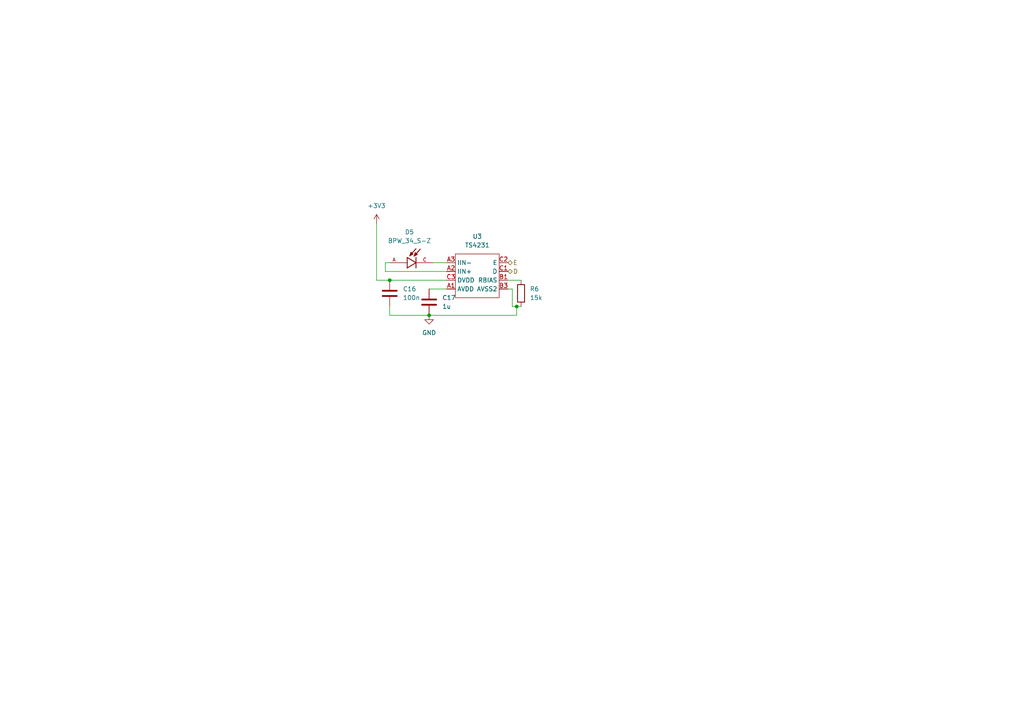
<source format=kicad_sch>
(kicad_sch (version 20211123) (generator eeschema)
  (paper "A4")
  (lib_symbols
    (symbol "BPW34:BPW_34_S-Z" (pin_names (offset 1.016) hide)
      (property "Reference" "D" (at -3.0988 4.4958 0))
      (property "Value" "BPW_34_S-Z" (at -3.556 -3.302 0))
      (symbol "BPW_34_S-Z_0_0"
        (polyline (pts (xy -2.54 -1.524) (xy 0 0)) (stroke (width 0.254)))
        (polyline (pts (xy -2.54 0) (xy -5.08 0)) (stroke (width 0.1524)))
        (polyline (pts (xy -2.54 0) (xy -2.54 -1.524)) (stroke (width 0.254)))
        (polyline (pts (xy -2.54 1.524) (xy -2.54 0)) (stroke (width 0.254)))
        (polyline (pts (xy -1.778 2.032) (xy -1.4478 2.9972)) (stroke (width 0.254)))
        (polyline (pts (xy -1.778 2.032) (xy 0 4.064)) (stroke (width 0.254)))
        (polyline (pts (xy -1.4732 2.2606) (xy -1.3462 2.2606)) (stroke (width 0.254)))
        (polyline (pts (xy -1.4478 2.9972) (xy -1.4732 2.2606)) (stroke (width 0.254)))
        (polyline (pts (xy -1.4478 2.9972) (xy -0.889 2.5146)) (stroke (width 0.254)))
        (polyline (pts (xy -1.0668 2.5908) (xy -1.2954 2.4384)) (stroke (width 0.254)))
        (polyline (pts (xy -0.889 2.5146) (xy -1.778 2.032)) (stroke (width 0.254)))
        (polyline (pts (xy -0.5334 1.9304) (xy -0.2032 2.8956)) (stroke (width 0.254)))
        (polyline (pts (xy -0.5334 1.9304) (xy 1.2446 3.9624)) (stroke (width 0.254)))
        (polyline (pts (xy -0.2286 2.159) (xy -0.1016 2.159)) (stroke (width 0.254)))
        (polyline (pts (xy -0.2032 2.8956) (xy -0.2286 2.159)) (stroke (width 0.254)))
        (polyline (pts (xy -0.2032 2.8956) (xy 0.3556 2.413)) (stroke (width 0.254)))
        (polyline (pts (xy 0 0) (xy -2.54 1.524)) (stroke (width 0.254)))
        (polyline (pts (xy 0 1.524) (xy 0 -1.524)) (stroke (width 0.254)))
        (polyline (pts (xy 0.1778 2.4892) (xy -0.0508 2.3368)) (stroke (width 0.254)))
        (polyline (pts (xy 0.3556 2.413) (xy -0.5334 1.9304)) (stroke (width 0.254)))
        (pin passive line (at -7.62 0 0) (length 2.54) (name "~") (number "A"))
        (pin passive line (at 5.08 0 180) (length 5.08) (name "~") (number "C"))
      )
    )
    (symbol "Custom:TS4231"
      (property "Reference" "U" (at 0 7.62 0))
      (property "Value" "TS4231" (at 0 -7.62 0))
      (symbol "TS4231_0_1"
        (rectangle (start -6.35 6.35) (end 6.35 -6.35))
      )
      (symbol "TS4231_1_1"
        (pin power_in line (at -8.89 -3.81 0) (length 2.54) (name "AVDD") (number "A1"))
        (pin input line (at -8.89 1.27 0) (length 2.54) (name "IIN+") (number "A2"))
        (pin input line (at -8.89 3.81 0) (length 2.54) (name "IIN-") (number "A3"))
        (pin power_in line (at 8.89 -1.27 180) (length 2.54) (name "RBIAS") (number "B1"))
        (pin power_in line (at 8.89 -3.81 180) (length 2.54) hide (name "AVSS1") (number "B2"))
        (pin power_in line (at 8.89 -3.81 180) (length 2.54) (name "AVSS2") (number "B3"))
        (pin bidirectional line (at 8.89 1.27 180) (length 2.54) (name "D") (number "C1"))
        (pin bidirectional line (at 8.89 3.81 180) (length 2.54) (name "E") (number "C2"))
        (pin power_in line (at -8.89 -1.27 0) (length 2.54) (name "DVDD") (number "C3"))
      )
    )
    (symbol "Device:C" (pin_numbers hide) (pin_names (offset 0.254))
      (property "Reference" "C" (at 0.635 2.54 0))
      (property "Value" "C" (at 0.635 -2.54 0))
      (symbol "C_0_1"
        (polyline (pts (xy -2.032 -0.762) (xy 2.032 -0.762)) (stroke (width 0.508)))
        (polyline (pts (xy -2.032 0.762) (xy 2.032 0.762)) (stroke (width 0.508)))
      )
      (symbol "C_1_1"
        (pin passive line (at 0 3.81 270) (length 2.794) (name "~") (number "1"))
        (pin passive line (at 0 -3.81 90) (length 2.794) (name "~") (number "2"))
      )
    )
    (symbol "Device:R" (pin_numbers hide) (pin_names (offset 0))
      (property "Reference" "R" (at 2.032 0 90))
      (property "Value" "R" (at 0 0 90))
      (symbol "R_0_1"
        (rectangle (start -1.016 -2.54) (end 1.016 2.54) (stroke (width 0.254)))
      )
      (symbol "R_1_1"
        (pin passive line (at 0 3.81 270) (length 1.27) (name "~") (number "1"))
        (pin passive line (at 0 -3.81 90) (length 1.27) (name "~") (number "2"))
      )
    )
    (symbol "power:+3V3" (power) (pin_names (offset 0))
      (property "Value" "+3V3" (at 0 3.556 0))
      (symbol "+3V3_0_1"
        (polyline (pts (xy -0.762 1.27) (xy 0 2.54)))
        (polyline (pts (xy 0 0) (xy 0 2.54)))
        (polyline (pts (xy 0 2.54) (xy 0.762 1.27)))
      )
      (symbol "+3V3_1_1"
        (pin power_in line (at 0 0 90) (length 0) hide (name "+3V3") (number "1"))
      )
    )
    (symbol "power:GND" (power) (pin_names (offset 0))
      (property "Value" "GND" (at 0 -3.81 0))
      (symbol "GND_0_1"
        (polyline (pts (xy 0 0) (xy 0 -1.27) (xy 1.27 -1.27) (xy 0 -2.54) (xy -1.27 -1.27) (xy 0 -1.27)))
      )
      (symbol "GND_1_1"
        (pin power_in line (at 0 0 270) (length 0) hide (name "GND") (number "1"))
      )
    )
  )
  (junction (at 113.03 81.28))
  (junction (at 149.86 88.9))
  (junction (at 124.46 91.44))
  (wire (pts (xy 111.76 76.2) (xy 111.76 78.74)))
  (wire (pts (xy 129.54 83.82) (xy 124.46 83.82)))
  (wire (pts (xy 109.22 64.77) (xy 109.22 81.28)))
  (wire (pts (xy 113.03 81.28) (xy 129.54 81.28)))
  (wire (pts (xy 113.03 88.9) (xy 113.03 91.44)))
  (wire (pts (xy 148.59 83.82) (xy 148.59 88.9)))
  (wire (pts (xy 124.46 91.44) (xy 149.86 91.44)))
  (wire (pts (xy 148.59 88.9) (xy 149.86 88.9)))
  (wire (pts (xy 125.73 76.2) (xy 129.54 76.2)))
  (wire (pts (xy 147.32 81.28) (xy 151.13 81.28)))
  (wire (pts (xy 113.03 91.44) (xy 124.46 91.44)))
  (wire (pts (xy 147.32 83.82) (xy 148.59 83.82)))
  (wire (pts (xy 149.86 91.44) (xy 149.86 88.9)))
  (wire (pts (xy 149.86 88.9) (xy 151.13 88.9)))
  (wire (pts (xy 111.76 78.74) (xy 129.54 78.74)))
  (wire (pts (xy 109.22 81.28) (xy 113.03 81.28)))
  (wire (pts (xy 113.03 76.2) (xy 111.76 76.2)))
  (hierarchical_label "E" (shape bidirectional) (at 147.32 76.2 0))
  (hierarchical_label "D" (shape bidirectional) (at 147.32 78.74 0))
  (symbol (lib_id "BPW34:BPW_34_S-Z") (at 120.65 76.2 0) (unit 1)
    (property "Reference" "D5" (at 118.7577 67.31 0))
    (property "Value" "BPW_34_S-Z" (at 118.7577 69.85 0))
    (property "Footprint" "DIO_BPW_34_S-Z" (effects hide))
    (property "MANUFACTURER" "OSRAM" (effects hide))
    (property "STANDARD" "Manufacturer Recommendations" (effects hide))
    (property "PARTREV" "1.5" (effects hide))
  )
  (symbol (lib_id "Device:R") (at 151.13 85.09 180) (unit 1)
    (property "Reference" "R6" (at 153.67 83.8199 0) (effects (justify right)))
    (property "Value" "15k" (at 153.67 86.3599 0) (effects (justify right)))
    (property "Footprint" "Resistor_SMD:R_0603_1608Metric" (effects hide))
  )
  (symbol (lib_id "Device:C") (at 113.03 85.09 0) (unit 1)
    (property "Reference" "C16" (at 116.84 83.8199 0) (effects (justify left)))
    (property "Value" "100n" (at 116.84 86.3599 0) (effects (justify left)))
    (property "Footprint" "Capacitor_SMD:C_0603_1608Metric" (effects hide))
  )
  (symbol (lib_id "power:GND") (at 124.46 91.44 0) (unit 1)
    (property "Reference" "#PWR0131" (effects hide))
    (property "Value" "GND" (at 124.46 96.52 0))
  )
  (symbol (lib_id "Custom:TS4231") (at 138.43 80.01 0) (unit 1)
    (property "Reference" "U3" (at 138.43 68.58 0))
    (property "Value" "TS4231" (at 138.43 71.12 0))
    (property "Footprint" "Library:TS4231 WLCSP9" (effects hide))
  )
  (symbol (lib_id "power:+3V3") (at 109.22 64.77 0) (unit 1)
    (property "Reference" "#PWR0130" (effects hide))
    (property "Value" "+3V3" (at 109.22 59.69 0))
  )
  (symbol (lib_id "Device:C") (at 124.46 87.63 0) (unit 1)
    (property "Reference" "C17" (at 128.27 86.3599 0) (effects (justify left)))
    (property "Value" "1u" (at 128.27 88.8999 0) (effects (justify left)))
    (property "Footprint" "Capacitor_SMD:C_0603_1608Metric" (effects hide))
  )
)
</source>
